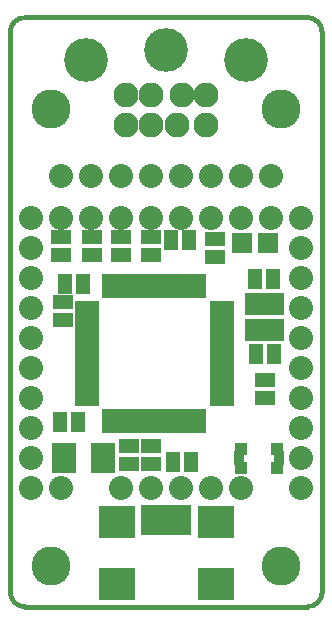
<source format=gts>
G04 (created by PCBNEW (2013-04-19 BZR 4011)-stable) date 09/05/2013 23:39:35*
%MOIN*%
G04 Gerber Fmt 3.4, Leading zero omitted, Abs format*
%FSLAX34Y34*%
G01*
G70*
G90*
G04 APERTURE LIST*
%ADD10C,2.3622e-006*%
%ADD11C,0.015*%
%ADD12C,0.08*%
%ADD13R,0.0446063X0.043622*%
%ADD14R,0.0327953X0.0475591*%
%ADD15R,0.0672X0.0751*%
%ADD16R,0.0672X0.0672*%
%ADD17R,0.065X0.045*%
%ADD18R,0.045X0.065*%
%ADD19R,0.08X0.036*%
%ADD20R,0.036X0.08*%
%ADD21R,0.08X0.1*%
%ADD22C,0.0829921*%
%ADD23C,0.145984*%
%ADD24R,0.0397X0.0987*%
%ADD25R,0.1184X0.1066*%
%ADD26C,0.130236*%
G04 APERTURE END LIST*
G54D10*
G54D11*
X10400Y-500D02*
X10400Y-19150D01*
X0Y-19150D02*
X0Y-500D01*
X9900Y-19650D02*
X500Y-19650D01*
X9900Y-19650D02*
G75*
G03X10400Y-19150I0J500D01*
G74*
G01*
X0Y-19150D02*
G75*
G03X500Y-19650I500J0D01*
G74*
G01*
X500Y0D02*
X9900Y0D01*
X500Y0D02*
G75*
G03X0Y-500I0J-500D01*
G74*
G01*
X10400Y-500D02*
G75*
G03X9900Y0I-500J0D01*
G74*
G01*
G54D12*
X700Y-6700D03*
G54D13*
X8910Y-15014D03*
X7689Y-15014D03*
X8910Y-14385D03*
X7689Y-14385D03*
G54D14*
X7630Y-14700D03*
X8969Y-14700D03*
G54D15*
X8160Y-10408D03*
X8160Y-9542D03*
X8790Y-10408D03*
X8790Y-9542D03*
G54D16*
X7716Y-7525D03*
X8583Y-7525D03*
G54D17*
X6825Y-7375D03*
X6825Y-7975D03*
G54D12*
X9700Y-15700D03*
X4700Y-15700D03*
X5700Y-15700D03*
X6700Y-5300D03*
G54D18*
X1825Y-8900D03*
X2425Y-8900D03*
G54D17*
X4700Y-14300D03*
X4700Y-14900D03*
X3950Y-14300D03*
X3950Y-14900D03*
G54D12*
X1700Y-6700D03*
X9700Y-10700D03*
X9700Y-8700D03*
X9700Y-9700D03*
X9700Y-7700D03*
X9700Y-11700D03*
X9700Y-12700D03*
X9700Y-13700D03*
X7700Y-15700D03*
X8700Y-5300D03*
X7700Y-5300D03*
X700Y-7700D03*
X1700Y-15700D03*
X9700Y-6700D03*
X3700Y-15700D03*
X6700Y-15700D03*
X9700Y-14700D03*
X700Y-15700D03*
X700Y-14700D03*
X700Y-13700D03*
X700Y-12700D03*
X2700Y-6700D03*
X700Y-10700D03*
X700Y-9700D03*
X700Y-8700D03*
X8700Y-6700D03*
X7700Y-6700D03*
X6700Y-6700D03*
X5700Y-6700D03*
X4700Y-6700D03*
X3700Y-6700D03*
X700Y-11700D03*
G54D17*
X2725Y-7925D03*
X2725Y-7325D03*
X3700Y-7925D03*
X3700Y-7325D03*
X4700Y-7925D03*
X4700Y-7325D03*
X1700Y-7925D03*
X1700Y-7325D03*
G54D12*
X1700Y-5300D03*
X2700Y-5300D03*
X3700Y-5300D03*
X4700Y-5300D03*
X5700Y-5300D03*
G54D19*
X2550Y-11200D03*
X2550Y-11515D03*
X2550Y-11830D03*
X2550Y-12145D03*
X2550Y-12460D03*
X2550Y-12775D03*
X2550Y-10885D03*
X2550Y-10570D03*
X2550Y-10255D03*
X2550Y-9940D03*
X2550Y-9625D03*
X7050Y-11200D03*
X7050Y-11515D03*
X7050Y-11830D03*
X7050Y-12145D03*
X7050Y-12460D03*
X7050Y-12775D03*
X7050Y-10885D03*
X7050Y-10570D03*
X7050Y-10255D03*
X7050Y-9940D03*
X7050Y-9625D03*
G54D20*
X4800Y-13450D03*
X4800Y-8950D03*
X5115Y-13450D03*
X5115Y-8950D03*
X5430Y-8950D03*
X5430Y-13450D03*
X5745Y-13450D03*
X5745Y-8950D03*
X6060Y-8950D03*
X6060Y-13450D03*
X6375Y-13450D03*
X6375Y-8950D03*
X4485Y-8950D03*
X4485Y-13450D03*
X4170Y-13450D03*
X4170Y-8950D03*
X3855Y-8950D03*
X3855Y-13450D03*
X3540Y-13450D03*
X3540Y-8950D03*
X3225Y-8950D03*
X3225Y-13450D03*
G54D21*
X3100Y-14675D03*
X1800Y-14675D03*
G54D17*
X8500Y-12700D03*
X8500Y-12100D03*
G54D18*
X5425Y-14825D03*
X6025Y-14825D03*
G54D17*
X1750Y-9475D03*
X1750Y-10075D03*
G54D18*
X5375Y-7425D03*
X5975Y-7425D03*
X1675Y-13500D03*
X2275Y-13500D03*
X8800Y-11225D03*
X8200Y-11225D03*
X8150Y-8725D03*
X8750Y-8725D03*
G54D22*
X3861Y-2596D03*
X6538Y-2596D03*
X3861Y-3580D03*
X6538Y-3580D03*
G54D23*
X5200Y-1100D03*
X2542Y-1414D03*
X7857Y-1414D03*
G54D22*
X4688Y-2596D03*
X5711Y-2596D03*
X4688Y-3580D03*
X5554Y-3580D03*
G54D24*
X4571Y-16767D03*
X4886Y-16767D03*
X5201Y-16767D03*
X5516Y-16767D03*
X5831Y-16767D03*
G54D25*
X3547Y-16806D03*
X6854Y-16806D03*
X3547Y-18892D03*
X6855Y-18892D03*
G54D26*
X9025Y-18275D03*
X1375Y-3050D03*
X9025Y-3050D03*
X1375Y-18275D03*
M02*

</source>
